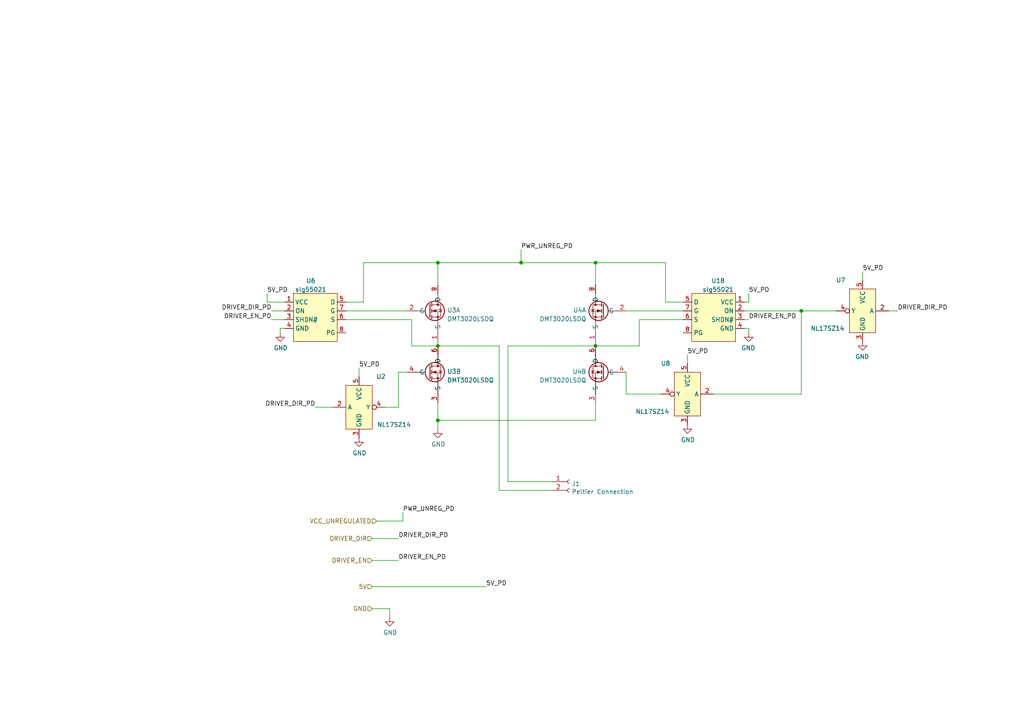
<source format=kicad_sch>
(kicad_sch (version 20211123) (generator eeschema)
  (paper "A4")
  (title_block (title "Peltier Driver") (date "2022-03-18") (comment 1 "Engineer/Draftsman: Joesphan Lu"))
  (lib_symbols
    (symbol "1KicadLib:DMT3020LSDQ" (pin_names (offset 1.016))
      (property "Reference" "U" (at 3.81 0 0))
      (property "Value" "DMT3020LSDQ" (at -12.7 6.35 0))
      (symbol "DMT3020LSDQ_0_1"
        (polyline (pts (xy -3.81 0) (xy -6.35 0)))
        (polyline (pts (xy 0 -6.35) (xy 0 -2.54)))
        (polyline (pts (xy 0 5.08) (xy 0 2.54)))
      )
      (symbol "DMT3020LSDQ_1_1"
        (circle (center -0.889 0) (radius 2.794) (stroke (width 0.254)))
        (circle (center 0 -1.778) (radius 0.254) (fill (type outline)))
        (polyline (pts (xy -2.286 1.905) (xy -2.286 -1.905)) (stroke (width 0.254)))
        (polyline (pts (xy -1.778 -1.27) (xy -1.778 -2.286)) (stroke (width 0.254)))
        (polyline (pts (xy -1.778 0.508) (xy -1.778 -0.508)) (stroke (width 0.254)))
        (polyline (pts (xy -1.778 2.286) (xy -1.778 1.27)) (stroke (width 0.254)))
        (polyline (pts (xy 0 2.54) (xy 0 1.778)))
        (polyline (pts (xy 0 -2.54) (xy 0 0) (xy -1.778 0)))
        (polyline (pts (xy -1.778 -1.778) (xy 0.762 -1.778) (xy 0.762 1.778) (xy -1.778 1.778)))
        (polyline (pts (xy -1.524 0) (xy -0.508 0.381) (xy -0.508 -0.381) (xy -1.524 0)) (fill (type outline)))
        (polyline (pts (xy 0.254 0.508) (xy 0.381 0.381) (xy 1.143 0.381) (xy 1.27 0.254)))
        (polyline (pts (xy 0.762 0.381) (xy 0.381 -0.254) (xy 1.143 -0.254) (xy 0.762 0.381)))
        (circle (center 0 1.778) (radius 0.254) (fill (type outline)))
        (pin passive line (at 0 -8.89 90) (length 2.54) (name "S") (number "1"))
        (pin input line (at -8.89 0 0) (length 2.54) (name "G") (number "2"))
        (pin passive line (at 0 7.62 270) (length 2.54) (name "D") (number "7"))
        (pin passive line (at 0 7.62 270) (length 2.54) (name "D") (number "8"))
      )
      (symbol "DMT3020LSDQ_2_1"
        (circle (center -0.889 0) (radius 2.794) (stroke (width 0.254)))
        (circle (center 0 -1.778) (radius 0.254) (fill (type outline)))
        (polyline (pts (xy -3.81 0) (xy -6.35 0)))
        (polyline (pts (xy -2.286 1.905) (xy -2.286 -1.905)) (stroke (width 0.254)))
        (polyline (pts (xy -1.778 -1.27) (xy -1.778 -2.286)) (stroke (width 0.254)))
        (polyline (pts (xy -1.778 0.508) (xy -1.778 -0.508)) (stroke (width 0.254)))
        (polyline (pts (xy -1.778 2.286) (xy -1.778 1.27)) (stroke (width 0.254)))
        (polyline (pts (xy 0 -6.35) (xy 0 -2.54)))
        (polyline (pts (xy 0 2.54) (xy 0 1.778)))
        (polyline (pts (xy 0 5.08) (xy 0 2.54)))
        (polyline (pts (xy 0 -2.54) (xy 0 0) (xy -1.778 0)))
        (polyline (pts (xy -1.778 -1.778) (xy 0.762 -1.778) (xy 0.762 1.778) (xy -1.778 1.778)))
        (polyline (pts (xy -1.524 0) (xy -0.508 0.381) (xy -0.508 -0.381) (xy -1.524 0)) (fill (type outline)))
        (polyline (pts (xy 0.254 0.508) (xy 0.381 0.381) (xy 1.143 0.381) (xy 1.27 0.254)))
        (polyline (pts (xy 0.762 0.381) (xy 0.381 -0.254) (xy 1.143 -0.254) (xy 0.762 0.381)))
        (circle (center 0 1.778) (radius 0.254) (fill (type outline)))
        (pin passive line (at 0 -8.89 90) (length 2.54) (name "S") (number "3"))
        (pin input line (at -8.89 0 0) (length 2.54) (name "G") (number "4"))
        (pin passive line (at 0 7.62 270) (length 2.54) (name "D") (number "5"))
        (pin passive line (at 0 7.62 270) (length 2.54) (name "D") (number "6"))
      )
    )
    (symbol "1KicadLib:NL17SZ14"
      (property "Reference" "U" (at -3.81 -7.62 0))
      (property "Value" "NL17SZ14" (at 3.81 13.97 0))
      (symbol "NL17SZ14_0_1"
        (rectangle (start -2.54 6.35) (end 5.08 -6.35) (stroke (width 0.1524)) (fill (type background)))
      )
      (symbol "NL17SZ14_1_0"
        (pin input line (at -6.35 0 0) (length 3.81) (name "A") (number "2"))
        (pin output inverted (at 8.89 0 180) (length 3.81) (name "Y") (number "4"))
      )
      (symbol "NL17SZ14_1_1"
        (pin input line (at 1.27 -8.89 90) (length 2.54) (name "GND") (number "3"))
        (pin input line (at 1.27 8.89 270) (length 2.54) (name "VCC") (number "5"))
      )
    )
    (symbol "1KicadLib:slg55021"
      (property "Reference" "U" (at -3.81 -10.16 0))
      (property "Value" "slg55021" (at 0 6.35 0))
      (symbol "slg55021_0_1"
        (rectangle (start -6.35 5.08) (end 6.35 -8.89) (stroke (width 0.1524)) (fill (type background)))
      )
      (symbol "slg55021_1_1"
        (pin input line (at -8.89 2.54 0) (length 2.54) (name "VCC") (number "1"))
        (pin input line (at -8.89 0 0) (length 2.54) (name "ON") (number "2"))
        (pin input line (at -8.89 -2.54 0) (length 2.54) (name "SHDN#") (number "3"))
        (pin input line (at -8.89 -5.08 0) (length 2.54) (name "GND") (number "4"))
        (pin input line (at 8.89 2.54 180) (length 2.54) (name "D") (number "5"))
        (pin input line (at 8.89 -2.54 180) (length 2.54) (name "S") (number "6"))
        (pin input line (at 8.89 0 180) (length 2.54) (name "G") (number "7"))
        (pin input line (at 8.89 -6.35 180) (length 2.54) (name "PG") (number "8"))
      )
    )
    (symbol "Connector:Conn_01x02_Female" (pin_names (offset 1.016) hide)
      (property "Reference" "J" (at 0 2.54 0))
      (property "Value" "Conn_01x02_Female" (at 0 -5.08 0))
      (symbol "Conn_01x02_Female_1_1"
        (arc (start 0 -2.032) (mid -0.508 -2.54) (end 0 -3.048) (stroke (width 0.1524)))
        (polyline (pts (xy -1.27 -2.54) (xy -0.508 -2.54)) (stroke (width 0.1524)))
        (polyline (pts (xy -1.27 0) (xy -0.508 0)) (stroke (width 0.1524)))
        (arc (start 0 0.508) (mid -0.508 0) (end 0 -0.508) (stroke (width 0.1524)))
        (pin passive line (at -5.08 0 0) (length 3.81) (name "Pin_1") (number "1"))
        (pin passive line (at -5.08 -2.54 0) (length 3.81) (name "Pin_2") (number "2"))
      )
    )
    (symbol "power:GND" (power) (pin_names (offset 0))
      (property "Value" "GND" (at 0 -3.81 0))
      (symbol "GND_0_1"
        (polyline (pts (xy 0 0) (xy 0 -1.27) (xy 1.27 -1.27) (xy 0 -2.54) (xy -1.27 -1.27) (xy 0 -1.27)))
      )
      (symbol "GND_1_1"
        (pin power_in line (at 0 0 270) (length 0) hide (name "GND") (number "1"))
      )
    )
  )
  (junction (at 127 76.2))
  (junction (at 172.72 100.33))
  (junction (at 151.13 76.2))
  (junction (at 232.41 90.17))
  (junction (at 172.72 76.2))
  (junction (at 127 100.33))
  (junction (at 127 121.92))
  (wire (pts (xy 81.28 95.25) (xy 82.55 95.25)))
  (wire (pts (xy 172.72 100.33) (xy 147.32 100.33)))
  (wire (pts (xy 151.13 76.2) (xy 172.72 76.2)))
  (wire (pts (xy 82.55 90.17) (xy 78.74 90.17)))
  (wire (pts (xy 127 124.46) (xy 127 121.92)))
  (wire (pts (xy 217.17 95.25) (xy 215.9 95.25)))
  (wire (pts (xy 147.32 100.33) (xy 147.32 139.7)))
  (wire (pts (xy 232.41 90.17) (xy 242.57 90.17)))
  (wire (pts (xy 113.03 176.53) (xy 113.03 179.07)))
  (wire (pts (xy 217.17 85.09) (xy 217.17 87.63)))
  (wire (pts (xy 147.32 139.7) (xy 160.02 139.7)))
  (wire (pts (xy 115.57 107.95) (xy 118.11 107.95)))
  (wire (pts (xy 217.17 96.52) (xy 217.17 95.25)))
  (wire (pts (xy 105.41 87.63) (xy 105.41 76.2)))
  (wire (pts (xy 100.33 90.17) (xy 118.11 90.17)))
  (wire (pts (xy 119.38 92.71) (xy 119.38 100.33)))
  (wire (pts (xy 181.61 90.17) (xy 198.12 90.17)))
  (wire (pts (xy 127 76.2) (xy 151.13 76.2)))
  (wire (pts (xy 199.39 102.87) (xy 199.39 105.41)))
  (wire (pts (xy 144.78 100.33) (xy 144.78 142.24)))
  (wire (pts (xy 198.12 87.63) (xy 193.04 87.63)))
  (wire (pts (xy 151.13 72.39) (xy 151.13 76.2)))
  (wire (pts (xy 172.72 76.2) (xy 172.72 82.55)))
  (wire (pts (xy 109.22 151.13) (xy 116.84 151.13)))
  (wire (pts (xy 127 100.33) (xy 144.78 100.33)))
  (wire (pts (xy 107.95 156.21) (xy 115.57 156.21)))
  (wire (pts (xy 107.95 162.56) (xy 115.57 162.56)))
  (wire (pts (xy 100.33 87.63) (xy 105.41 87.63)))
  (wire (pts (xy 107.95 170.18) (xy 140.97 170.18)))
  (wire (pts (xy 172.72 121.92) (xy 172.72 116.84)))
  (wire (pts (xy 232.41 114.3) (xy 232.41 90.17)))
  (wire (pts (xy 181.61 114.3) (xy 191.77 114.3)))
  (wire (pts (xy 185.42 92.71) (xy 185.42 100.33)))
  (wire (pts (xy 181.61 114.3) (xy 181.61 107.95)))
  (wire (pts (xy 77.47 85.09) (xy 77.47 87.63)))
  (wire (pts (xy 116.84 151.13) (xy 116.84 148.59)))
  (wire (pts (xy 119.38 100.33) (xy 127 100.33)))
  (wire (pts (xy 207.01 114.3) (xy 232.41 114.3)))
  (wire (pts (xy 77.47 87.63) (xy 82.55 87.63)))
  (wire (pts (xy 215.9 87.63) (xy 217.17 87.63)))
  (wire (pts (xy 127 116.84) (xy 127 121.92)))
  (wire (pts (xy 250.19 78.74) (xy 250.19 81.28)))
  (wire (pts (xy 100.33 92.71) (xy 119.38 92.71)))
  (wire (pts (xy 78.74 92.71) (xy 82.55 92.71)))
  (wire (pts (xy 193.04 87.63) (xy 193.04 76.2)))
  (wire (pts (xy 185.42 100.33) (xy 172.72 100.33)))
  (wire (pts (xy 215.9 90.17) (xy 232.41 90.17)))
  (wire (pts (xy 81.28 96.52) (xy 81.28 95.25)))
  (wire (pts (xy 198.12 92.71) (xy 185.42 92.71)))
  (wire (pts (xy 217.17 92.71) (xy 215.9 92.71)))
  (wire (pts (xy 127 121.92) (xy 172.72 121.92)))
  (wire (pts (xy 107.95 176.53) (xy 113.03 176.53)))
  (wire (pts (xy 260.35 90.17) (xy 257.81 90.17)))
  (wire (pts (xy 96.52 118.11) (xy 91.44 118.11)))
  (wire (pts (xy 111.76 118.11) (xy 115.57 118.11)))
  (wire (pts (xy 127 100.33) (xy 127 99.06)))
  (wire (pts (xy 105.41 76.2) (xy 127 76.2)))
  (wire (pts (xy 144.78 142.24) (xy 160.02 142.24)))
  (wire (pts (xy 172.72 76.2) (xy 193.04 76.2)))
  (wire (pts (xy 115.57 118.11) (xy 115.57 107.95)))
  (wire (pts (xy 127 76.2) (xy 127 82.55)))
  (wire (pts (xy 104.14 106.68) (xy 104.14 109.22)))
  (wire (pts (xy 172.72 100.33) (xy 172.72 99.06)))
  (label "5V_PD" (at 250.19 78.74 0))
  (label "DRIVER_DIR_PD" (at 115.57 156.21 0))
  (label "PWR_UNREG_PD" (at 116.84 148.59 0))
  (label "DRIVER_EN_PD" (at 78.74 92.71 180))
  (label "5V_PD" (at 104.14 106.68 0))
  (label "DRIVER_EN_PD" (at 115.57 162.56 0))
  (label "DRIVER_DIR_PD" (at 260.35 90.17 0))
  (label "DRIVER_EN_PD" (at 217.17 92.71 0))
  (label "DRIVER_DIR_PD" (at 91.44 118.11 180))
  (label "5V_PD" (at 77.47 85.09 0))
  (label "DRIVER_DIR_PD" (at 78.74 90.17 180))
  (label "5V_PD" (at 217.17 85.09 0))
  (label "5V_PD" (at 140.97 170.18 0))
  (label "5V_PD" (at 199.39 102.87 0))
  (label "PWR_UNREG_PD" (at 151.13 72.39 0))
  (hierarchical_label "5V" (shape input) (at 107.95 170.18 180))
  (hierarchical_label "DRIVER_EN" (shape input) (at 107.95 162.56 180))
  (hierarchical_label "DRIVER_DIR" (shape input) (at 107.95 156.21 180))
  (hierarchical_label "VCC_UNREGULATED" (shape input) (at 109.22 151.13 180))
  (hierarchical_label "GND" (shape input) (at 107.95 176.53 180))
  (symbol (lib_id "power:GND") (at 127 124.46 0) (unit 1)
    (property "Reference" "#PWR0119" (effects hide))
    (property "Value" "GND" (at 127.127 128.8542 0))
  )
  (symbol (lib_id "power:GND") (at 113.03 179.07 0) (unit 1)
    (property "Reference" "#PWR0124" (effects hide))
    (property "Value" "GND" (at 113.157 183.4642 0))
  )
  (symbol (lib_id "Connector:Conn_01x02_Female") (at 165.1 139.7 0) (unit 1)
    (property "Reference" "J1" (at 165.8112 140.3096 0) (effects (justify left)))
    (property "Value" "Peltier Connection" (at 165.8112 142.621 0) (effects (justify left)))
    (property "Footprint" "Connector_PinHeader_2.54mm:PinHeader_1x02_P2.54mm_Vertical" (effects hide))
  )
  (symbol (lib_id "1KicadLib:NL17SZ14") (at 200.66 114.3 0) (mirror y) (unit 1)
    (property "Reference" "U8" (at 193.04 105.41 0))
    (property "Value" "NL17SZ14" (at 189.23 119.38 0))
    (property "Footprint" "Package_TO_SOT_SMD:SOT-553" (effects hide))
  )
  (symbol (lib_id "1KicadLib:DMT3020LSDQ") (at 127 90.17 0) (unit 1)
    (property "Reference" "U3" (at 129.667 89.9703 0) (effects (justify left)))
    (property "Value" "DMT3020LSDQ" (at 129.667 92.5072 0) (effects (justify left)))
    (property "Footprint" "Package_SO:SO-8_3.9x4.9mm_P1.27mm" (effects hide))
  )
  (symbol (lib_id "power:GND") (at 81.28 96.52 0) (unit 1)
    (property "Reference" "#PWR0128" (effects hide))
    (property "Value" "GND" (at 81.407 100.9142 0))
  )
  (symbol (lib_id "1KicadLib:DMT3020LSDQ") (at 127 107.95 0) (unit 2)
    (property "Reference" "U3" (at 129.667 107.7503 0) (effects (justify left)))
    (property "Value" "DMT3020LSDQ" (at 129.667 110.2872 0) (effects (justify left)))
    (property "Footprint" "Package_SO:SO-8_3.9x4.9mm_P1.27mm" (effects hide))
  )
  (symbol (lib_id "1KicadLib:NL17SZ14") (at 251.46 90.17 0) (mirror y) (unit 1)
    (property "Reference" "U7" (at 243.84 81.28 0))
    (property "Value" "NL17SZ14" (at 240.03 95.25 0))
    (property "Footprint" "Package_TO_SOT_SMD:SOT-553" (effects hide))
  )
  (symbol (lib_id "power:GND") (at 104.14 127 0) (unit 1)
    (property "Reference" "#PWR0130" (effects hide))
    (property "Value" "GND" (at 104.267 131.3942 0))
  )
  (symbol (lib_id "power:GND") (at 250.19 99.06 0) (mirror y) (unit 1)
    (property "Reference" "#PWR0127" (effects hide))
    (property "Value" "GND" (at 250.063 103.4542 0))
  )
  (symbol (lib_id "1KicadLib:slg55021") (at 207.01 90.17 0) (mirror y) (unit 1)
    (property "Reference" "U18" (at 208.28 81.441 0))
    (property "Value" "slg55021" (at 208.28 83.9779 0))
    (property "Footprint" "1KicadLib:TDFN_8_2x2mm_EP_0.9x1.65mm" (effects hide))
  )
  (symbol (lib_id "1KicadLib:DMT3020LSDQ") (at 172.72 90.17 0) (mirror y) (unit 1)
    (property "Reference" "U4" (at 170.053 89.9703 0) (effects (justify left)))
    (property "Value" "DMT3020LSDQ" (at 170.053 92.5072 0) (effects (justify left)))
    (property "Footprint" "Package_SO:SO-8_3.9x4.9mm_P1.27mm" (effects hide))
  )
  (symbol (lib_id "power:GND") (at 217.17 96.52 0) (mirror y) (unit 1)
    (property "Reference" "#PWR0136" (effects hide))
    (property "Value" "GND" (at 217.043 100.9142 0))
  )
  (symbol (lib_id "1KicadLib:slg55021") (at 91.44 90.17 0) (unit 1)
    (property "Reference" "U6" (at 90.17 81.441 0))
    (property "Value" "slg55021" (at 90.17 83.9779 0))
    (property "Footprint" "1KicadLib:TDFN_8_2x2mm_EP_0.9x1.65mm" (effects hide))
  )
  (symbol (lib_id "1KicadLib:NL17SZ14") (at 102.87 118.11 0) (unit 1)
    (property "Reference" "U2" (at 110.49 109.22 0))
    (property "Value" "NL17SZ14" (at 114.3 123.19 0))
    (property "Footprint" "Package_TO_SOT_SMD:SOT-553" (effects hide))
  )
  (symbol (lib_id "1KicadLib:DMT3020LSDQ") (at 172.72 107.95 0) (mirror y) (unit 2)
    (property "Reference" "U4" (at 170.053 107.7503 0) (effects (justify left)))
    (property "Value" "DMT3020LSDQ" (at 170.053 110.2872 0) (effects (justify left)))
    (property "Footprint" "Package_SO:SO-8_3.9x4.9mm_P1.27mm" (effects hide))
  )
  (symbol (lib_id "power:GND") (at 199.39 123.19 0) (unit 1)
    (property "Reference" "#PWR0134" (effects hide))
    (property "Value" "GND" (at 199.517 127.5842 0))
  )
)
</source>
